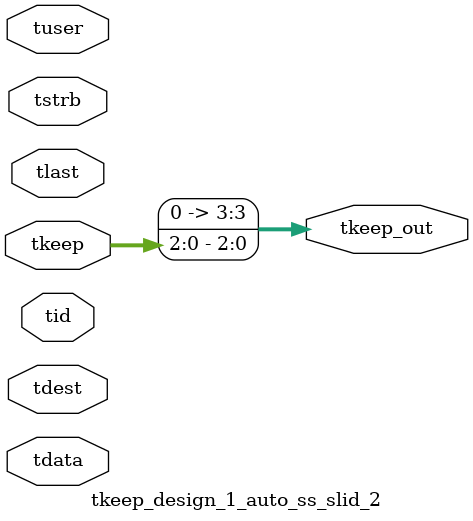
<source format=v>


`timescale 1ps/1ps

module tkeep_design_1_auto_ss_slid_2 #
(
parameter C_S_AXIS_TDATA_WIDTH = 32,
parameter C_S_AXIS_TUSER_WIDTH = 0,
parameter C_S_AXIS_TID_WIDTH   = 0,
parameter C_S_AXIS_TDEST_WIDTH = 0,
parameter C_M_AXIS_TDATA_WIDTH = 32
)
(
input  [(C_S_AXIS_TDATA_WIDTH == 0 ? 1 : C_S_AXIS_TDATA_WIDTH)-1:0     ] tdata,
input  [(C_S_AXIS_TUSER_WIDTH == 0 ? 1 : C_S_AXIS_TUSER_WIDTH)-1:0     ] tuser,
input  [(C_S_AXIS_TID_WIDTH   == 0 ? 1 : C_S_AXIS_TID_WIDTH)-1:0       ] tid,
input  [(C_S_AXIS_TDEST_WIDTH == 0 ? 1 : C_S_AXIS_TDEST_WIDTH)-1:0     ] tdest,
input  [(C_S_AXIS_TDATA_WIDTH/8)-1:0 ] tkeep,
input  [(C_S_AXIS_TDATA_WIDTH/8)-1:0 ] tstrb,
input                                                                    tlast,
output [(C_M_AXIS_TDATA_WIDTH/8)-1:0 ] tkeep_out
);

assign tkeep_out = {tkeep[2:0]};

endmodule


</source>
